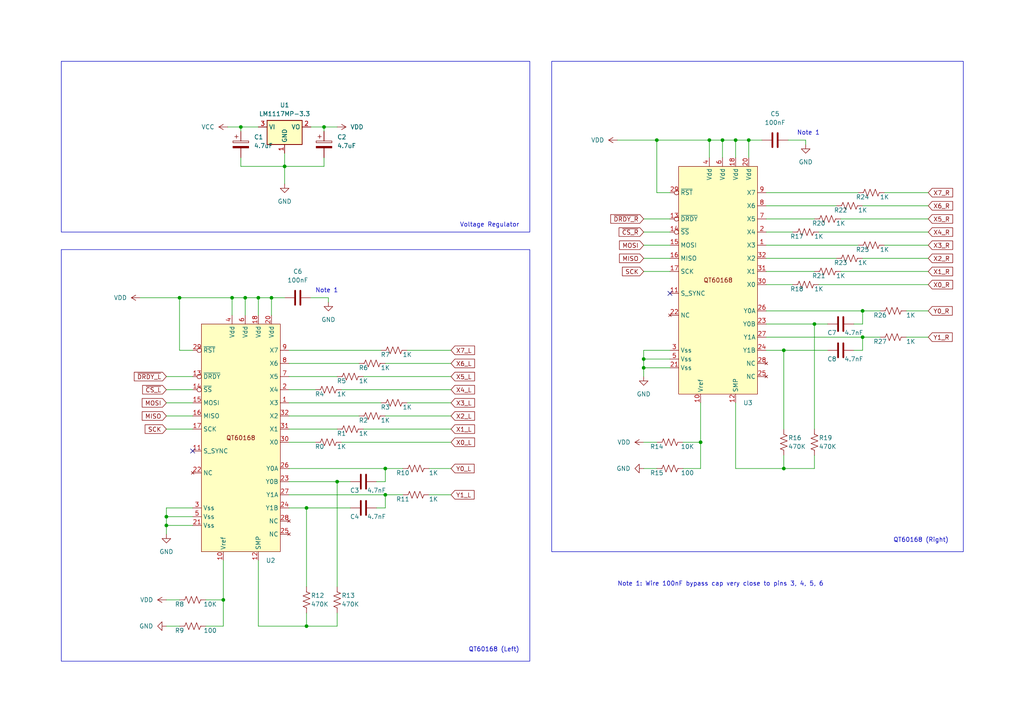
<source format=kicad_sch>
(kicad_sch (version 20230121) (generator eeschema)
  (paper "A4")
  (title_block (title "Capacitive Sensing") (date "2023-12-20") (rev "2") (company "Illini Rhythm Syndicate"))
  (lib_symbols
    (symbol "Device:C" (pin_numbers hide) (pin_names (offset 0.254))
      (property "Reference" "C" (at 0.635 2.54 0))
      (property "Value" "C" (at 0.635 -2.54 0))
      (symbol "C_0_1"
        (polyline (pts (xy -2.032 -0.762) (xy 2.032 -0.762)) (stroke (width 0.508)))
        (polyline (pts (xy -2.032 0.762) (xy 2.032 0.762)) (stroke (width 0.508)))
      )
      (symbol "C_1_1"
        (pin passive line (at 0 3.81 270) (length 2.794) (name "~") (number "1"))
        (pin passive line (at 0 -3.81 90) (length 2.794) (name "~") (number "2"))
      )
    )
    (symbol "Device:C_Polarized" (pin_numbers hide) (pin_names (offset 0.254))
      (property "Reference" "C" (at 0.635 2.54 0))
      (property "Value" "C_Polarized" (at 0.635 -2.54 0))
      (symbol "C_Polarized_0_1"
        (rectangle (start -2.286 0.508) (end 2.286 1.016))
        (polyline (pts (xy -1.778 2.286) (xy -0.762 2.286)))
        (polyline (pts (xy -1.27 2.794) (xy -1.27 1.778)))
        (rectangle (start 2.286 -0.508) (end -2.286 -1.016) (fill (type outline)))
      )
      (symbol "C_Polarized_1_1"
        (pin passive line (at 0 3.81 270) (length 2.794) (name "~") (number "1"))
        (pin passive line (at 0 -3.81 90) (length 2.794) (name "~") (number "2"))
      )
    )
    (symbol "Device:R_US" (pin_numbers hide) (pin_names (offset 0))
      (property "Reference" "R" (at 2.54 0 90))
      (property "Value" "R_US" (at -2.54 0 90))
      (symbol "R_US_0_1"
        (polyline (pts (xy 0 -2.286) (xy 0 -2.54)))
        (polyline (pts (xy 0 2.286) (xy 0 2.54)))
        (polyline (pts (xy 0 -0.762) (xy 1.016 -1.143) (xy 0 -1.524) (xy -1.016 -1.905) (xy 0 -2.286)))
        (polyline (pts (xy 0 0.762) (xy 1.016 0.381) (xy 0 0) (xy -1.016 -0.381) (xy 0 -0.762)))
        (polyline (pts (xy 0 2.286) (xy 1.016 1.905) (xy 0 1.524) (xy -1.016 1.143) (xy 0 0.762)))
      )
      (symbol "R_US_1_1"
        (pin passive line (at 0 3.81 270) (length 1.27) (name "~") (number "1"))
        (pin passive line (at 0 -3.81 90) (length 1.27) (name "~") (number "2"))
      )
    )
    (symbol "Regulator_Linear:LM1117MP-3.3"
      (property "Reference" "U" (at -3.81 3.175 0))
      (property "Value" "LM1117MP-3.3" (at 0 3.175 0))
      (symbol "LM1117MP-3.3_0_1"
        (rectangle (start -5.08 -5.08) (end 5.08 1.905) (stroke (width 0.254)) (fill (type background)))
      )
      (symbol "LM1117MP-3.3_1_1"
        (pin power_in line (at 0 -7.62 90) (length 2.54) (name "GND") (number "1"))
        (pin power_out line (at 7.62 0 180) (length 2.54) (name "VO") (number "2"))
        (pin power_in line (at -7.62 0 0) (length 2.54) (name "VI") (number "3"))
      )
    )
    (symbol "negicon_library:QT60168"
      (property "Reference" "U" (at -10.16 34.29 0))
      (symbol "QT60168_1_0"
        (pin power_in line (at -5.08 -35.56 90) (length 2.54) (name "Vref") (number "10"))
        (pin output line (at 5.08 -35.56 90) (length 2.54) (name "SMP") (number "12"))
        (pin input line (at 13.97 -12.7 180) (length 2.54) (name "Y0B") (number "23"))
        (pin input line (at 13.97 -20.32 180) (length 2.54) (name "Y1B") (number "24"))
        (pin no_connect line (at 13.97 -27.94 180) (length 2.54) (name "NC") (number "25"))
        (pin input line (at 13.97 -8.89 180) (length 2.54) (name "Y0A") (number "26"))
        (pin input line (at 13.97 -16.51 180) (length 2.54) (name "Y1A") (number "27"))
        (pin no_connect line (at 13.97 -24.13 180) (length 2.54) (name "NC") (number "28"))
      )
      (symbol "QT60168_1_1"
        (rectangle (start -11.43 33.02) (end 11.43 -33.02) (fill (type background)))
        (text "QT60168" (at 0 0 0) (effects (font (size 1.27 1.27))))
        (pin output line (at 13.97 10.16 180) (length 2.54) (name "X3") (number "1"))
        (pin output line (at -13.97 -3.81 0) (length 2.54) (name "S_SYNC") (number "11"))
        (pin output inverted (at -13.97 17.78 0) (length 2.54) (name "~{DRDY}") (number "13"))
        (pin input inverted (at -13.97 13.97 0) (length 2.54) (name "~{SS}") (number "14"))
        (pin input line (at -13.97 10.16 0) (length 2.54) (name "MOSI") (number "15"))
        (pin output line (at -13.97 6.35 0) (length 2.54) (name "MISO") (number "16"))
        (pin input line (at -13.97 2.54 0) (length 2.54) (name "SCK") (number "17"))
        (pin power_in line (at 5.08 35.56 270) (length 2.54) (name "Vdd") (number "18"))
        (pin output line (at 13.97 13.97 180) (length 2.54) (name "X4") (number "2"))
        (pin power_in line (at 8.89 35.56 270) (length 2.54) (name "Vdd") (number "20"))
        (pin power_in line (at -13.97 -25.4 0) (length 2.54) (name "Vss") (number "21"))
        (pin no_connect line (at -13.97 -10.16 0) (length 2.54) (name "NC") (number "22"))
        (pin input inverted (at -13.97 25.4 0) (length 2.54) (name "~{RST}") (number "29"))
        (pin power_in line (at -13.97 -20.32 0) (length 2.54) (name "Vss") (number "3"))
        (pin output line (at 13.97 -1.27 180) (length 2.54) (name "X0") (number "30"))
        (pin output line (at 13.97 2.54 180) (length 2.54) (name "X1") (number "31"))
        (pin output line (at 13.97 6.35 180) (length 2.54) (name "X2") (number "32"))
        (pin power_in line (at -2.54 35.56 270) (length 2.54) (name "Vdd") (number "4"))
        (pin power_in line (at -13.97 -22.86 0) (length 2.54) (name "Vss") (number "5"))
        (pin power_in line (at 1.27 35.56 270) (length 2.54) (name "Vdd") (number "6"))
        (pin output line (at 13.97 17.78 180) (length 2.54) (name "X5") (number "7"))
        (pin output line (at 13.97 21.59 180) (length 2.54) (name "X6") (number "8"))
        (pin output line (at 13.97 25.4 180) (length 2.54) (name "X7") (number "9"))
      )
    )
    (symbol "power:GND" (power) (pin_names (offset 0))
      (property "Value" "GND" (at 0 -3.81 0))
      (symbol "GND_0_1"
        (polyline (pts (xy 0 0) (xy 0 -1.27) (xy 1.27 -1.27) (xy 0 -2.54) (xy -1.27 -1.27) (xy 0 -1.27)))
      )
      (symbol "GND_1_1"
        (pin power_in line (at 0 0 270) (length 0) hide (name "GND") (number "1"))
      )
    )
    (symbol "power:VCC" (power) (pin_names (offset 0))
      (property "Value" "VCC" (at 0 3.81 0))
      (symbol "VCC_0_1"
        (polyline (pts (xy -0.762 1.27) (xy 0 2.54)))
        (polyline (pts (xy 0 0) (xy 0 2.54)))
        (polyline (pts (xy 0 2.54) (xy 0.762 1.27)))
      )
      (symbol "VCC_1_1"
        (pin power_in line (at 0 0 90) (length 0) hide (name "VCC") (number "1"))
      )
    )
    (symbol "power:VDD" (power) (pin_names (offset 0))
      (property "Value" "VDD" (at 0 3.81 0))
      (symbol "VDD_0_1"
        (polyline (pts (xy -0.762 1.27) (xy 0 2.54)))
        (polyline (pts (xy 0 0) (xy 0 2.54)))
        (polyline (pts (xy 0 2.54) (xy 0.762 1.27)))
      )
      (symbol "VDD_1_1"
        (pin power_in line (at 0 0 90) (length 0) hide (name "VDD") (number "1"))
      )
    )
  )
  (junction (at 227.33 135.89))
  (junction (at 250.19 97.79))
  (junction (at 69.85 36.83))
  (junction (at 64.77 173.99))
  (junction (at 97.79 139.7))
  (junction (at 209.55 40.64))
  (junction (at 74.93 86.36))
  (junction (at 236.22 93.98))
  (junction (at 88.9 181.61))
  (junction (at 111.76 135.89))
  (junction (at 88.9 147.32))
  (junction (at 67.31 86.36))
  (junction (at 203.2 128.27))
  (junction (at 52.07 86.36))
  (junction (at 71.12 86.36))
  (junction (at 48.26 149.86))
  (junction (at 78.74 86.36))
  (junction (at 93.98 36.83))
  (junction (at 227.33 101.6))
  (junction (at 213.36 40.64))
  (junction (at 48.26 152.4))
  (junction (at 186.69 106.68))
  (junction (at 111.76 143.51))
  (junction (at 217.17 40.64))
  (junction (at 250.19 90.17))
  (junction (at 82.55 48.26))
  (junction (at 205.74 40.64))
  (junction (at 186.69 104.14))
  (junction (at 190.5 40.64))
  (no_connect (at 194.31 85.09))
  (no_connect (at 55.88 130.81))
  (wire (pts (xy 67.31 86.36) (xy 67.31 91.44)))
  (wire (pts (xy 48.26 109.22) (xy 55.88 109.22)))
  (wire (pts (xy 198.12 135.89) (xy 203.2 135.89)))
  (wire (pts (xy 209.55 40.64) (xy 213.36 40.64)))
  (wire (pts (xy 243.84 78.74) (xy 269.24 78.74)))
  (wire (pts (xy 74.93 162.56) (xy 74.93 181.61)))
  (wire (pts (xy 186.69 63.5) (xy 194.31 63.5)))
  (wire (pts (xy 99.06 113.03) (xy 130.81 113.03)))
  (wire (pts (xy 48.26 152.4) (xy 55.88 152.4)))
  (wire (pts (xy 111.76 147.32) (xy 111.76 143.51)))
  (wire (pts (xy 88.9 147.32) (xy 101.6 147.32)))
  (wire (pts (xy 59.69 181.61) (xy 64.77 181.61)))
  (wire (pts (xy 48.26 116.84) (xy 55.88 116.84)))
  (wire (pts (xy 250.19 59.69) (xy 269.24 59.69)))
  (wire (pts (xy 67.31 86.36) (xy 71.12 86.36)))
  (wire (pts (xy 186.69 78.74) (xy 194.31 78.74)))
  (wire (pts (xy 83.82 120.65) (xy 104.14 120.65)))
  (wire (pts (xy 109.22 147.32) (xy 111.76 147.32)))
  (wire (pts (xy 48.26 147.32) (xy 48.26 149.86)))
  (wire (pts (xy 213.36 135.89) (xy 227.33 135.89)))
  (wire (pts (xy 69.85 38.1) (xy 69.85 36.83)))
  (wire (pts (xy 256.54 71.12) (xy 269.24 71.12)))
  (wire (pts (xy 69.85 48.26) (xy 82.55 48.26)))
  (wire (pts (xy 97.79 36.83) (xy 93.98 36.83)))
  (wire (pts (xy 186.69 74.93) (xy 194.31 74.93)))
  (wire (pts (xy 105.41 124.46) (xy 130.81 124.46)))
  (wire (pts (xy 97.79 139.7) (xy 101.6 139.7)))
  (wire (pts (xy 82.55 48.26) (xy 82.55 44.45)))
  (wire (pts (xy 55.88 147.32) (xy 48.26 147.32)))
  (wire (pts (xy 93.98 45.72) (xy 93.98 48.26)))
  (wire (pts (xy 179.07 40.64) (xy 190.5 40.64)))
  (wire (pts (xy 88.9 181.61) (xy 97.79 181.61)))
  (wire (pts (xy 213.36 40.64) (xy 217.17 40.64)))
  (wire (pts (xy 190.5 128.27) (xy 186.69 128.27)))
  (wire (pts (xy 250.19 101.6) (xy 250.19 97.79)))
  (wire (pts (xy 262.89 97.79) (xy 269.24 97.79)))
  (wire (pts (xy 190.5 40.64) (xy 190.5 55.88)))
  (wire (pts (xy 213.36 116.84) (xy 213.36 135.89)))
  (wire (pts (xy 48.26 149.86) (xy 55.88 149.86)))
  (wire (pts (xy 222.25 93.98) (xy 236.22 93.98)))
  (wire (pts (xy 78.74 86.36) (xy 82.55 86.36)))
  (wire (pts (xy 205.74 40.64) (xy 209.55 40.64)))
  (wire (pts (xy 99.06 128.27) (xy 130.81 128.27)))
  (wire (pts (xy 124.46 143.51) (xy 130.81 143.51)))
  (wire (pts (xy 222.25 90.17) (xy 250.19 90.17)))
  (wire (pts (xy 237.49 82.55) (xy 269.24 82.55)))
  (wire (pts (xy 186.69 71.12) (xy 194.31 71.12)))
  (wire (pts (xy 83.82 116.84) (xy 110.49 116.84)))
  (wire (pts (xy 111.76 143.51) (xy 116.84 143.51)))
  (wire (pts (xy 194.31 101.6) (xy 186.69 101.6)))
  (wire (pts (xy 83.82 101.6) (xy 110.49 101.6)))
  (wire (pts (xy 118.11 101.6) (xy 130.81 101.6)))
  (wire (pts (xy 97.79 139.7) (xy 97.79 170.18)))
  (wire (pts (xy 256.54 55.88) (xy 269.24 55.88)))
  (wire (pts (xy 78.74 86.36) (xy 78.74 91.44)))
  (wire (pts (xy 222.25 63.5) (xy 236.22 63.5)))
  (wire (pts (xy 83.82 135.89) (xy 111.76 135.89)))
  (wire (pts (xy 105.41 109.22) (xy 130.81 109.22)))
  (wire (pts (xy 66.04 36.83) (xy 69.85 36.83)))
  (wire (pts (xy 250.19 93.98) (xy 250.19 90.17)))
  (wire (pts (xy 222.25 67.31) (xy 229.87 67.31)))
  (wire (pts (xy 222.25 101.6) (xy 227.33 101.6)))
  (wire (pts (xy 109.22 139.7) (xy 111.76 139.7)))
  (wire (pts (xy 83.82 124.46) (xy 97.79 124.46)))
  (wire (pts (xy 95.25 87.63) (xy 95.25 86.36)))
  (wire (pts (xy 227.33 101.6) (xy 240.03 101.6)))
  (wire (pts (xy 74.93 181.61) (xy 88.9 181.61)))
  (wire (pts (xy 48.26 124.46) (xy 55.88 124.46)))
  (wire (pts (xy 222.25 97.79) (xy 250.19 97.79)))
  (wire (pts (xy 262.89 90.17) (xy 269.24 90.17)))
  (wire (pts (xy 209.55 40.64) (xy 209.55 45.72)))
  (wire (pts (xy 190.5 55.88) (xy 194.31 55.88)))
  (wire (pts (xy 124.46 135.89) (xy 130.81 135.89)))
  (wire (pts (xy 111.76 135.89) (xy 116.84 135.89)))
  (wire (pts (xy 236.22 135.89) (xy 236.22 132.08)))
  (wire (pts (xy 83.82 109.22) (xy 97.79 109.22)))
  (wire (pts (xy 48.26 152.4) (xy 48.26 154.94)))
  (wire (pts (xy 190.5 135.89) (xy 186.69 135.89)))
  (wire (pts (xy 69.85 36.83) (xy 74.93 36.83)))
  (wire (pts (xy 74.93 86.36) (xy 74.93 91.44)))
  (wire (pts (xy 217.17 40.64) (xy 220.98 40.64)))
  (wire (pts (xy 186.69 67.31) (xy 194.31 67.31)))
  (wire (pts (xy 205.74 40.64) (xy 205.74 45.72)))
  (wire (pts (xy 88.9 147.32) (xy 88.9 170.18)))
  (wire (pts (xy 90.17 36.83) (xy 93.98 36.83)))
  (wire (pts (xy 227.33 135.89) (xy 236.22 135.89)))
  (wire (pts (xy 222.25 78.74) (xy 236.22 78.74)))
  (wire (pts (xy 111.76 120.65) (xy 130.81 120.65)))
  (wire (pts (xy 222.25 82.55) (xy 229.87 82.55)))
  (wire (pts (xy 88.9 177.8) (xy 88.9 181.61)))
  (wire (pts (xy 186.69 106.68) (xy 186.69 109.22)))
  (wire (pts (xy 48.26 149.86) (xy 48.26 152.4)))
  (wire (pts (xy 203.2 128.27) (xy 203.2 116.84)))
  (wire (pts (xy 71.12 86.36) (xy 74.93 86.36)))
  (wire (pts (xy 82.55 53.34) (xy 82.55 48.26)))
  (wire (pts (xy 83.82 105.41) (xy 104.14 105.41)))
  (wire (pts (xy 74.93 86.36) (xy 78.74 86.36)))
  (wire (pts (xy 118.11 116.84) (xy 130.81 116.84)))
  (wire (pts (xy 83.82 147.32) (xy 88.9 147.32)))
  (wire (pts (xy 186.69 104.14) (xy 194.31 104.14)))
  (wire (pts (xy 95.25 86.36) (xy 90.17 86.36)))
  (wire (pts (xy 222.25 59.69) (xy 242.57 59.69)))
  (wire (pts (xy 93.98 48.26) (xy 82.55 48.26)))
  (wire (pts (xy 198.12 128.27) (xy 203.2 128.27)))
  (wire (pts (xy 52.07 181.61) (xy 48.26 181.61)))
  (wire (pts (xy 48.26 113.03) (xy 55.88 113.03)))
  (wire (pts (xy 83.82 113.03) (xy 91.44 113.03)))
  (wire (pts (xy 213.36 40.64) (xy 213.36 45.72)))
  (wire (pts (xy 247.65 101.6) (xy 250.19 101.6)))
  (wire (pts (xy 93.98 36.83) (xy 93.98 38.1)))
  (wire (pts (xy 217.17 40.64) (xy 217.17 45.72)))
  (wire (pts (xy 236.22 93.98) (xy 236.22 124.46)))
  (wire (pts (xy 97.79 181.61) (xy 97.79 177.8)))
  (wire (pts (xy 222.25 71.12) (xy 248.92 71.12)))
  (wire (pts (xy 233.68 40.64) (xy 228.6 40.64)))
  (wire (pts (xy 186.69 101.6) (xy 186.69 104.14)))
  (wire (pts (xy 186.69 106.68) (xy 194.31 106.68)))
  (wire (pts (xy 52.07 173.99) (xy 48.26 173.99)))
  (wire (pts (xy 83.82 139.7) (xy 97.79 139.7)))
  (wire (pts (xy 186.69 104.14) (xy 186.69 106.68)))
  (wire (pts (xy 236.22 93.98) (xy 240.03 93.98)))
  (wire (pts (xy 250.19 90.17) (xy 255.27 90.17)))
  (wire (pts (xy 83.82 128.27) (xy 91.44 128.27)))
  (wire (pts (xy 250.19 74.93) (xy 269.24 74.93)))
  (wire (pts (xy 227.33 101.6) (xy 227.33 124.46)))
  (wire (pts (xy 83.82 143.51) (xy 111.76 143.51)))
  (wire (pts (xy 64.77 173.99) (xy 64.77 162.56)))
  (wire (pts (xy 190.5 40.64) (xy 205.74 40.64)))
  (wire (pts (xy 111.76 139.7) (xy 111.76 135.89)))
  (wire (pts (xy 233.68 41.91) (xy 233.68 40.64)))
  (wire (pts (xy 243.84 63.5) (xy 269.24 63.5)))
  (wire (pts (xy 222.25 55.88) (xy 248.92 55.88)))
  (wire (pts (xy 203.2 135.89) (xy 203.2 128.27)))
  (wire (pts (xy 247.65 93.98) (xy 250.19 93.98)))
  (wire (pts (xy 59.69 173.99) (xy 64.77 173.99)))
  (wire (pts (xy 250.19 97.79) (xy 255.27 97.79)))
  (wire (pts (xy 111.76 105.41) (xy 130.81 105.41)))
  (wire (pts (xy 64.77 181.61) (xy 64.77 173.99)))
  (wire (pts (xy 71.12 86.36) (xy 71.12 91.44)))
  (wire (pts (xy 222.25 74.93) (xy 242.57 74.93)))
  (wire (pts (xy 40.64 86.36) (xy 52.07 86.36)))
  (wire (pts (xy 52.07 101.6) (xy 55.88 101.6)))
  (wire (pts (xy 69.85 45.72) (xy 69.85 48.26)))
  (wire (pts (xy 52.07 86.36) (xy 52.07 101.6)))
  (wire (pts (xy 48.26 120.65) (xy 55.88 120.65)))
  (wire (pts (xy 227.33 132.08) (xy 227.33 135.89)))
  (wire (pts (xy 237.49 67.31) (xy 269.24 67.31)))
  (wire (pts (xy 52.07 86.36) (xy 67.31 86.36)))
  (rectangle (start 160.02 17.78) (end 279.4 160.02))
  (rectangle (start 17.78 72.39) (end 153.67 191.77))
  (rectangle (start 17.78 17.78) (end 153.67 67.31))
  (text "QT60168 (Right)" (at 259.08 157.48 0) (effects (font (size 1.27 1.27)) (justify left bottom)))
  (text "Voltage Regulator" (at 133.35 66.04 0) (effects (font (size 1.27 1.27)) (justify left bottom)))
  (text "QT60168 (Left)" (at 135.89 189.23 0) (effects (font (size 1.27 1.27)) (justify left bottom)))
  (text "Note 1" (at 91.44 85.09 0) (effects (font (size 1.27 1.27)) (justify left bottom)))
  (text "Note 1" (at 231.14 39.37 0) (effects (font (size 1.27 1.27)) (justify left bottom)))
  (text "Note 1: Wire 100nF bypass cap very close to pins 3, 4, 5, 6" (at 179.07 170.18 0) (effects (font (size 1.27 1.27)) (justify left bottom)))
  (global_label "X2_R" (shape input) (at 269.24 74.93 0) (property "Intersheetrefs" "${INTERSHEET_REFS}" (effects hide)))
  (global_label "X3_L" (shape input) (at 130.81 116.84 0) (property "Intersheetrefs" "${INTERSHEET_REFS}" (effects hide)))
  (global_label "~{CS_R}" (shape input) (at 186.69 67.31 180) (property "Intersheetrefs" "${INTERSHEET_REFS}" (effects hide)))
  (global_label "X1_L" (shape input) (at 130.81 124.46 0) (property "Intersheetrefs" "${INTERSHEET_REFS}" (effects hide)))
  (global_label "X1_R" (shape input) (at 269.24 78.74 0) (property "Intersheetrefs" "${INTERSHEET_REFS}" (effects hide)))
  (global_label "X3_R" (shape input) (at 269.24 71.12 0) (property "Intersheetrefs" "${INTERSHEET_REFS}" (effects hide)))
  (global_label "MISO" (shape input) (at 48.26 120.65 180) (property "Intersheetrefs" "${INTERSHEET_REFS}" (effects hide)))
  (global_label "MISO" (shape input) (at 186.69 74.93 180) (property "Intersheetrefs" "${INTERSHEET_REFS}" (effects hide)))
  (global_label "SCK" (shape input) (at 48.26 124.46 180) (property "Intersheetrefs" "${INTERSHEET_REFS}" (effects hide)))
  (global_label "X5_R" (shape input) (at 269.24 63.5 0) (property "Intersheetrefs" "${INTERSHEET_REFS}" (effects hide)))
  (global_label "X7_R" (shape input) (at 269.24 55.88 0) (property "Intersheetrefs" "${INTERSHEET_REFS}" (effects hide)))
  (global_label "X0_R" (shape input) (at 269.24 82.55 0) (property "Intersheetrefs" "${INTERSHEET_REFS}" (effects hide)))
  (global_label "MOSI" (shape input) (at 186.69 71.12 180) (property "Intersheetrefs" "${INTERSHEET_REFS}" (effects hide)))
  (global_label "X2_L" (shape input) (at 130.81 120.65 0) (property "Intersheetrefs" "${INTERSHEET_REFS}" (effects hide)))
  (global_label "Y1_L" (shape input) (at 130.81 143.51 0) (property "Intersheetrefs" "${INTERSHEET_REFS}" (effects hide)))
  (global_label "X4_L" (shape input) (at 130.81 113.03 0) (property "Intersheetrefs" "${INTERSHEET_REFS}" (effects hide)))
  (global_label "X5_L" (shape input) (at 130.81 109.22 0) (property "Intersheetrefs" "${INTERSHEET_REFS}" (effects hide)))
  (global_label "X6_R" (shape input) (at 269.24 59.69 0) (property "Intersheetrefs" "${INTERSHEET_REFS}" (effects hide)))
  (global_label "X4_R" (shape input) (at 269.24 67.31 0) (property "Intersheetrefs" "${INTERSHEET_REFS}" (effects hide)))
  (global_label "Y0_L" (shape input) (at 130.81 135.89 0) (property "Intersheetrefs" "${INTERSHEET_REFS}" (effects hide)))
  (global_label "X0_L" (shape input) (at 130.81 128.27 0) (property "Intersheetrefs" "${INTERSHEET_REFS}" (effects hide)))
  (global_label "MOSI" (shape input) (at 48.26 116.84 180) (property "Intersheetrefs" "${INTERSHEET_REFS}" (effects hide)))
  (global_label "Y0_R" (shape input) (at 269.24 90.17 0) (property "Intersheetrefs" "${INTERSHEET_REFS}" (effects hide)))
  (global_label "X6_L" (shape input) (at 130.81 105.41 0) (property "Intersheetrefs" "${INTERSHEET_REFS}" (effects hide)))
  (global_label "SCK" (shape input) (at 186.69 78.74 180) (property "Intersheetrefs" "${INTERSHEET_REFS}" (effects hide)))
  (global_label "X7_L" (shape input) (at 130.81 101.6 0) (property "Intersheetrefs" "${INTERSHEET_REFS}" (effects hide)))
  (global_label "~{DRDY_R}" (shape input) (at 186.69 63.5 180) (property "Intersheetrefs" "${INTERSHEET_REFS}" (effects hide)))
  (global_label "Y1_R" (shape input) (at 269.24 97.79 0) (property "Intersheetrefs" "${INTERSHEET_REFS}" (effects hide)))
  (global_label "~{DRDY_L}" (shape input) (at 48.26 109.22 180) (property "Intersheetrefs" "${INTERSHEET_REFS}" (effects hide)))
  (global_label "~{CS_L}" (shape input) (at 48.26 113.03 180) (property "Intersheetrefs" "${INTERSHEET_REFS}" (effects hide)))
  (symbol (lib_id "Device:R_US") (at 107.95 120.65 90) (unit 1)
    (property "Reference" "R2" (at 105.41 121.92 90))
    (property "Value" "1K" (at 111.76 121.92 90))
    (property "Footprint" "Resistor_SMD:R_0603_1608Metric" (effects hide))
  )
  (symbol (lib_id "Device:R_US") (at 240.03 78.74 90) (unit 1)
    (property "Reference" "R21" (at 237.49 80.01 90))
    (property "Value" "1K" (at 243.84 80.01 90))
    (property "Footprint" "Resistor_SMD:R_0603_1608Metric" (effects hide))
  )
  (symbol (lib_id "Device:R_US") (at 95.25 128.27 90) (unit 1)
    (property "Reference" "R0" (at 92.71 129.54 90))
    (property "Value" "1K" (at 99.06 129.54 90))
    (property "Footprint" "Resistor_SMD:R_0603_1608Metric" (effects hide))
  )
  (symbol (lib_id "Device:C") (at 224.79 40.64 90) (unit 1)
    (property "Reference" "C5" (at 224.79 33.02 90))
    (property "Value" "100nF" (at 224.79 35.56 90))
    (property "Footprint" "Capacitor_SMD:C_0603_1608Metric" (effects hide))
  )
  (symbol (lib_id "Device:R_US") (at 120.65 143.51 90) (unit 1)
    (property "Reference" "R11" (at 116.84 144.78 90))
    (property "Value" "1K" (at 125.73 144.78 90))
    (property "Footprint" "Resistor_SMD:R_0603_1608Metric" (effects hide))
  )
  (symbol (lib_id "power:GND") (at 95.25 87.63 0) (unit 1)
    (property "Reference" "#PWR03" (effects hide))
    (property "Value" "GND" (at 95.25 92.71 0))
  )
  (symbol (lib_id "Device:C") (at 243.84 101.6 90) (unit 1)
    (property "Reference" "C8" (at 241.3 104.14 90))
    (property "Value" "4.7nF" (at 247.65 104.14 90))
    (property "Footprint" "Capacitor_SMD:C_0603_1608Metric" (effects hide))
  )
  (symbol (lib_id "Device:R_US") (at 114.3 101.6 90) (unit 1)
    (property "Reference" "R7" (at 111.76 102.87 90))
    (property "Value" "1K" (at 118.11 102.87 90))
    (property "Footprint" "Resistor_SMD:R_0603_1608Metric" (effects hide))
  )
  (symbol (lib_id "power:GND") (at 82.55 53.34 0) (unit 1)
    (property "Reference" "#PWR02" (effects hide))
    (property "Value" "GND" (at 82.55 58.42 0))
  )
  (symbol (lib_id "Device:R_US") (at 259.08 90.17 90) (unit 1)
    (property "Reference" "R26" (at 255.27 91.44 90))
    (property "Value" "1K" (at 264.16 91.44 90))
    (property "Footprint" "Resistor_SMD:R_0603_1608Metric" (effects hide))
  )
  (symbol (lib_id "Device:R_US") (at 252.73 55.88 90) (unit 1)
    (property "Reference" "R24" (at 250.19 57.15 90))
    (property "Value" "1K" (at 256.54 57.15 90))
    (property "Footprint" "Resistor_SMD:R_0603_1608Metric" (effects hide))
  )
  (symbol (lib_id "Device:R_US") (at 107.95 105.41 90) (unit 1)
    (property "Reference" "R6" (at 105.41 106.68 90))
    (property "Value" "1K" (at 111.76 106.68 90))
    (property "Footprint" "Resistor_SMD:R_0603_1608Metric" (effects hide))
  )
  (symbol (lib_id "Device:R_US") (at 88.9 173.99 0) (unit 1)
    (property "Reference" "R12" (at 90.17 172.72 0) (effects (justify left)))
    (property "Value" "470K" (at 90.17 175.26 0) (effects (justify left)))
    (property "Footprint" "Resistor_SMD:R_0603_1608Metric" (effects hide))
  )
  (symbol (lib_id "Device:C") (at 243.84 93.98 90) (unit 1)
    (property "Reference" "C7" (at 241.3 96.52 90))
    (property "Value" "4.7nF" (at 247.65 96.52 90))
    (property "Footprint" "Capacitor_SMD:C_0603_1608Metric" (effects hide))
  )
  (symbol (lib_id "Device:R_US") (at 240.03 63.5 90) (unit 1)
    (property "Reference" "R20" (at 237.49 64.77 90))
    (property "Value" "1K" (at 243.84 64.77 90))
    (property "Footprint" "Resistor_SMD:R_0603_1608Metric" (effects hide))
  )
  (symbol (lib_id "power:VDD") (at 97.79 36.83 270) (unit 1)
    (property "Reference" "#PWR04" (effects hide))
    (property "Value" "VDD" (at 101.6 36.83 90) (effects (justify left)))
  )
  (symbol (lib_id "power:VDD") (at 179.07 40.64 90) (unit 1)
    (property "Reference" "#PWR09" (effects hide))
    (property "Value" "VDD" (at 175.26 40.64 90) (effects (justify left)))
  )
  (symbol (lib_id "Device:R_US") (at 95.25 113.03 90) (unit 1)
    (property "Reference" "R4" (at 92.71 114.3 90))
    (property "Value" "1K" (at 99.06 114.3 90))
    (property "Footprint" "Resistor_SMD:R_0603_1608Metric" (effects hide))
  )
  (symbol (lib_id "Device:R_US") (at 194.31 128.27 270) (unit 1)
    (property "Reference" "R14" (at 190.5 129.54 90))
    (property "Value" "10K" (at 199.39 129.54 90))
    (property "Footprint" "Resistor_SMD:R_0603_1608Metric" (effects hide))
  )
  (symbol (lib_id "power:GND") (at 48.26 181.61 270) (unit 1)
    (property "Reference" "#PWR08" (effects hide))
    (property "Value" "GND" (at 44.45 181.61 90) (effects (justify right)))
  )
  (symbol (lib_id "Device:R_US") (at 194.31 135.89 90) (unit 1)
    (property "Reference" "R15" (at 190.5 137.16 90))
    (property "Value" "100" (at 199.39 137.16 90))
    (property "Footprint" "Resistor_SMD:R_0603_1608Metric" (effects hide))
  )
  (symbol (lib_id "Device:C") (at 86.36 86.36 90) (unit 1)
    (property "Reference" "C6" (at 86.36 78.74 90))
    (property "Value" "100nF" (at 86.36 81.28 90))
    (property "Footprint" "Capacitor_SMD:C_0603_1608Metric" (effects hide))
  )
  (symbol (lib_id "power:GND") (at 48.26 154.94 0) (unit 1)
    (property "Reference" "#PWR06" (effects hide))
    (property "Value" "GND" (at 48.26 160.02 0))
  )
  (symbol (lib_id "Device:R_US") (at 236.22 128.27 0) (unit 1)
    (property "Reference" "R19" (at 237.49 127 0) (effects (justify left)))
    (property "Value" "470K" (at 237.49 129.54 0) (effects (justify left)))
    (property "Footprint" "Resistor_SMD:R_0603_1608Metric" (effects hide))
  )
  (symbol (lib_id "power:VDD") (at 40.64 86.36 90) (unit 1)
    (property "Reference" "#PWR05" (effects hide))
    (property "Value" "VDD" (at 36.83 86.36 90) (effects (justify left)))
  )
  (symbol (lib_id "Device:C") (at 105.41 139.7 90) (unit 1)
    (property "Reference" "C3" (at 102.87 142.24 90))
    (property "Value" "4.7nF" (at 109.22 142.24 90))
    (property "Footprint" "Capacitor_SMD:C_0603_1608Metric" (effects hide))
  )
  (symbol (lib_id "Device:R_US") (at 246.38 59.69 90) (unit 1)
    (property "Reference" "R22" (at 243.84 60.96 90))
    (property "Value" "1K" (at 250.19 60.96 90))
    (property "Footprint" "Resistor_SMD:R_0603_1608Metric" (effects hide))
  )
  (symbol (lib_id "Device:R_US") (at 97.79 173.99 0) (unit 1)
    (property "Reference" "R13" (at 99.06 172.72 0) (effects (justify left)))
    (property "Value" "470K" (at 99.06 175.26 0) (effects (justify left)))
    (property "Footprint" "Resistor_SMD:R_0603_1608Metric" (effects hide))
  )
  (symbol (lib_id "power:VDD") (at 186.69 128.27 90) (unit 1)
    (property "Reference" "#PWR011" (effects hide))
    (property "Value" "VDD" (at 182.88 128.27 90) (effects (justify left)))
  )
  (symbol (lib_id "Device:R_US") (at 101.6 109.22 90) (unit 1)
    (property "Reference" "R5" (at 99.06 110.49 90))
    (property "Value" "1K" (at 105.41 110.49 90))
    (property "Footprint" "Resistor_SMD:R_0603_1608Metric" (effects hide))
  )
  (symbol (lib_id "Device:R_US") (at 101.6 124.46 90) (unit 1)
    (property "Reference" "R1" (at 99.06 125.73 90))
    (property "Value" "1K" (at 105.41 125.73 90))
    (property "Footprint" "Resistor_SMD:R_0603_1608Metric" (effects hide))
  )
  (symbol (lib_id "Device:R_US") (at 120.65 135.89 90) (unit 1)
    (property "Reference" "R10" (at 116.84 137.16 90))
    (property "Value" "1K" (at 125.73 137.16 90))
    (property "Footprint" "Resistor_SMD:R_0603_1608Metric" (effects hide))
  )
  (symbol (lib_id "Device:R_US") (at 246.38 74.93 90) (unit 1)
    (property "Reference" "R23" (at 243.84 76.2 90))
    (property "Value" "1K" (at 250.19 76.2 90))
    (property "Footprint" "Resistor_SMD:R_0603_1608Metric" (effects hide))
  )
  (symbol (lib_id "Device:R_US") (at 227.33 128.27 0) (unit 1)
    (property "Reference" "R16" (at 228.6 127 0) (effects (justify left)))
    (property "Value" "470K" (at 228.6 129.54 0) (effects (justify left)))
    (property "Footprint" "Resistor_SMD:R_0603_1608Metric" (effects hide))
  )
  (symbol (lib_id "power:GND") (at 186.69 109.22 0) (unit 1)
    (property "Reference" "#PWR010" (effects hide))
    (property "Value" "GND" (at 186.69 114.3 0))
  )
  (symbol (lib_id "Device:R_US") (at 114.3 116.84 90) (unit 1)
    (property "Reference" "R3" (at 111.76 118.11 90))
    (property "Value" "1K" (at 118.11 118.11 90))
    (property "Footprint" "Resistor_SMD:R_0603_1608Metric" (effects hide))
  )
  (symbol (lib_id "Device:C_Polarized") (at 93.98 41.91 0) (unit 1)
    (property "Reference" "C2" (at 97.79 39.751 0) (effects (justify left)))
    (property "Value" "4.7uF" (at 97.79 42.291 0) (effects (justify left)))
    (property "Footprint" "Capacitor_SMD:C_0603_1608Metric" (effects hide))
  )
  (symbol (lib_id "Device:R_US") (at 55.88 173.99 270) (unit 1)
    (property "Reference" "R8" (at 52.07 175.26 90))
    (property "Value" "10K" (at 60.96 175.26 90))
    (property "Footprint" "Resistor_SMD:R_0603_1608Metric" (effects hide))
  )
  (symbol (lib_id "negicon_library:QT60168") (at 208.28 81.28 0) (unit 1)
    (property "Reference" "U3" (at 215.5541 116.84 0) (effects (justify left)))
    (property "Footprint" "Package_QFP:TQFP-32_7x7mm_P0.8mm" (effects hide))
  )
  (symbol (lib_id "Device:R_US") (at 252.73 71.12 90) (unit 1)
    (property "Reference" "R25" (at 250.19 72.39 90))
    (property "Value" "1K" (at 256.54 72.39 90))
    (property "Footprint" "Resistor_SMD:R_0603_1608Metric" (effects hide))
  )
  (symbol (lib_id "Regulator_Linear:LM1117MP-3.3") (at 82.55 36.83 0) (unit 1)
    (property "Reference" "U1" (at 82.55 30.48 0))
    (property "Value" "LM1117MP-3.3" (at 82.55 33.02 0))
    (property "Footprint" "Package_TO_SOT_SMD:SOT-223-3_TabPin2" (effects hide))
    (property "Datasheet" "http://www.ti.com/lit/ds/symlink/lm1117.pdf" (effects hide))
  )
  (symbol (lib_id "power:GND") (at 186.69 135.89 270) (unit 1)
    (property "Reference" "#PWR012" (effects hide))
    (property "Value" "GND" (at 182.88 135.89 90) (effects (justify right)))
  )
  (symbol (lib_id "Device:R_US") (at 259.08 97.79 90) (unit 1)
    (property "Reference" "R27" (at 255.27 99.06 90))
    (property "Value" "1K" (at 264.16 99.06 90))
    (property "Footprint" "Resistor_SMD:R_0603_1608Metric" (effects hide))
  )
  (symbol (lib_id "power:GND") (at 233.68 41.91 0) (unit 1)
    (property "Reference" "#PWR013" (effects hide))
    (property "Value" "GND" (at 233.68 46.99 0))
  )
  (symbol (lib_id "Device:R_US") (at 233.68 82.55 90) (unit 1)
    (property "Reference" "R18" (at 231.14 83.82 90))
    (property "Value" "1K" (at 237.49 83.82 90))
    (property "Footprint" "Resistor_SMD:R_0603_1608Metric" (effects hide))
  )
  (symbol (lib_id "power:VCC") (at 66.04 36.83 90) (unit 1)
    (property "Reference" "#PWR01" (effects hide))
    (property "Value" "VCC" (at 62.23 36.83 90) (effects (justify left)))
  )
  (symbol (lib_id "negicon_library:QT60168") (at 69.85 127 0) (unit 1)
    (property "Reference" "U2" (at 77.1241 162.56 0) (effects (justify left)))
    (property "Footprint" "Package_QFP:TQFP-32_7x7mm_P0.8mm" (effects hide))
  )
  (symbol (lib_id "Device:R_US") (at 55.88 181.61 90) (unit 1)
    (property "Reference" "R9" (at 52.07 182.88 90))
    (property "Value" "100" (at 60.96 182.88 90))
    (property "Footprint" "Resistor_SMD:R_0603_1608Metric" (effects hide))
  )
  (symbol (lib_id "power:VDD") (at 48.26 173.99 90) (unit 1)
    (property "Reference" "#PWR07" (effects hide))
    (property "Value" "VDD" (at 44.45 173.99 90) (effects (justify left)))
  )
  (symbol (lib_id "Device:R_US") (at 233.68 67.31 90) (unit 1)
    (property "Reference" "R17" (at 231.14 68.58 90))
    (property "Value" "1K" (at 237.49 68.58 90))
    (property "Footprint" "Resistor_SMD:R_0603_1608Metric" (effects hide))
  )
  (symbol (lib_id "Device:C_Polarized") (at 69.85 41.91 0) (unit 1)
    (property "Reference" "C1" (at 73.66 39.751 0) (effects (justify left)))
    (property "Value" "4.7uF" (at 73.66 42.291 0) (effects (justify left)))
    (property "Footprint" "Capacitor_SMD:C_0603_1608Metric" (effects hide))
  )
  (symbol (lib_id "Device:C") (at 105.41 147.32 90) (unit 1)
    (property "Reference" "C4" (at 102.87 149.86 90))
    (property "Value" "4.7nF" (at 109.22 149.86 90))
    (property "Footprint" "Capacitor_SMD:C_0603_1608Metric" (effects hide))
  )
)
</source>
